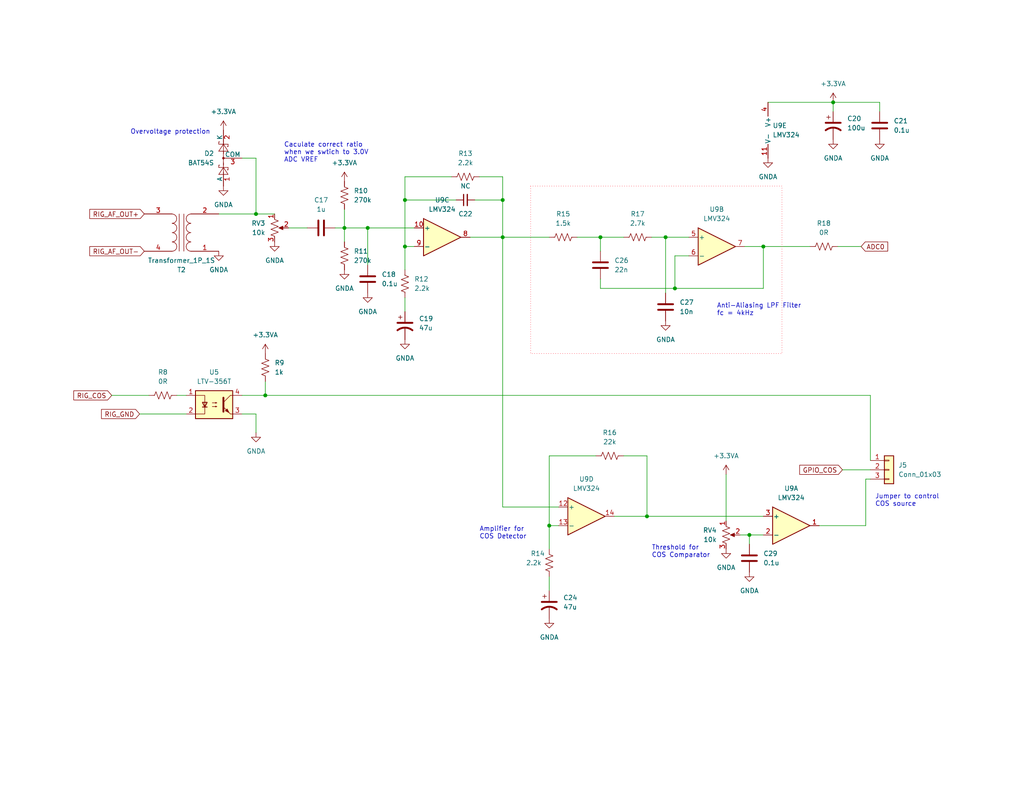
<source format=kicad_sch>
(kicad_sch (version 20230121) (generator eeschema)
  (paper "USLetter")
  (title_block (title "MicroLink - Audio Input") (date "2024-02-17") (rev "0") (company "Bruce MacKinnon KC1FSZ") (comment 1 "Copyright (C) 2024 - Not For Commercial Use"))
  (lib_symbols
    (symbol "Amplifier_Operational:LMV324" (pin_names (offset 0.127))
      (property "Reference" "U" (at 0 5.08 0))
      (property "Value" "LMV324" (at 0 -5.08 0))
      (symbol "LMV324_1_1"
        (polyline (pts (xy -5.08 5.08) (xy 5.08 0) (xy -5.08 -5.08) (xy -5.08 5.08)) (stroke (width 0.254)) (fill (type background)))
        (pin output line (at 7.62 0 180) (length 2.54) (name "~") (number "1"))
        (pin input line (at -7.62 -2.54 0) (length 2.54) (name "-") (number "2"))
        (pin input line (at -7.62 2.54 0) (length 2.54) (name "+") (number "3"))
      )
      (symbol "LMV324_2_1"
        (polyline (pts (xy -5.08 5.08) (xy 5.08 0) (xy -5.08 -5.08) (xy -5.08 5.08)) (stroke (width 0.254)) (fill (type background)))
        (pin input line (at -7.62 2.54 0) (length 2.54) (name "+") (number "5"))
        (pin input line (at -7.62 -2.54 0) (length 2.54) (name "-") (number "6"))
        (pin output line (at 7.62 0 180) (length 2.54) (name "~") (number "7"))
      )
      (symbol "LMV324_3_1"
        (polyline (pts (xy -5.08 5.08) (xy 5.08 0) (xy -5.08 -5.08) (xy -5.08 5.08)) (stroke (width 0.254)) (fill (type background)))
        (pin input line (at -7.62 2.54 0) (length 2.54) (name "+") (number "10"))
        (pin output line (at 7.62 0 180) (length 2.54) (name "~") (number "8"))
        (pin input line (at -7.62 -2.54 0) (length 2.54) (name "-") (number "9"))
      )
      (symbol "LMV324_4_1"
        (polyline (pts (xy -5.08 5.08) (xy 5.08 0) (xy -5.08 -5.08) (xy -5.08 5.08)) (stroke (width 0.254)) (fill (type background)))
        (pin input line (at -7.62 2.54 0) (length 2.54) (name "+") (number "12"))
        (pin input line (at -7.62 -2.54 0) (length 2.54) (name "-") (number "13"))
        (pin output line (at 7.62 0 180) (length 2.54) (name "~") (number "14"))
      )
      (symbol "LMV324_5_1"
        (pin power_in line (at -2.54 -7.62 90) (length 3.81) (name "V-") (number "11"))
        (pin power_in line (at -2.54 7.62 270) (length 3.81) (name "V+") (number "4"))
      )
    )
    (symbol "Connector_Generic:Conn_01x03" (pin_names (offset 1.016) hide)
      (property "Reference" "J" (at 0 5.08 0))
      (property "Value" "Conn_01x03" (at 0 -5.08 0))
      (symbol "Conn_01x03_1_1"
        (rectangle (start -1.27 -2.413) (end 0 -2.667) (stroke (width 0.1524)))
        (rectangle (start -1.27 0.127) (end 0 -0.127) (stroke (width 0.1524)))
        (rectangle (start -1.27 2.667) (end 0 2.413) (stroke (width 0.1524)))
        (rectangle (start -1.27 3.81) (end 1.27 -3.81) (stroke (width 0.254)) (fill (type background)))
        (pin passive line (at -5.08 2.54 0) (length 3.81) (name "Pin_1") (number "1"))
        (pin passive line (at -5.08 0 0) (length 3.81) (name "Pin_2") (number "2"))
        (pin passive line (at -5.08 -2.54 0) (length 3.81) (name "Pin_3") (number "3"))
      )
    )
    (symbol "Device:C" (pin_numbers hide) (pin_names (offset 0.254))
      (property "Reference" "C" (at 0.635 2.54 0))
      (property "Value" "C" (at 0.635 -2.54 0))
      (symbol "C_0_1"
        (polyline (pts (xy -2.032 -0.762) (xy 2.032 -0.762)) (stroke (width 0.508)))
        (polyline (pts (xy -2.032 0.762) (xy 2.032 0.762)) (stroke (width 0.508)))
      )
      (symbol "C_1_1"
        (pin passive line (at 0 3.81 270) (length 2.794) (name "~") (number "1"))
        (pin passive line (at 0 -3.81 90) (length 2.794) (name "~") (number "2"))
      )
    )
    (symbol "Device:C_Polarized_US" (pin_numbers hide) (pin_names (offset 0.254) hide)
      (property "Reference" "C" (at 0.635 2.54 0))
      (property "Value" "C_Polarized_US" (at 0.635 -2.54 0))
      (symbol "C_Polarized_US_0_1"
        (polyline (pts (xy -2.032 0.762) (xy 2.032 0.762)) (stroke (width 0.508)))
        (polyline (pts (xy -1.778 2.286) (xy -0.762 2.286)))
        (polyline (pts (xy -1.27 1.778) (xy -1.27 2.794)))
        (arc (start 2.032 -1.27) (mid 0 -0.5572) (end -2.032 -1.27) (stroke (width 0.508)))
      )
      (symbol "C_Polarized_US_1_1"
        (pin passive line (at 0 3.81 270) (length 2.794) (name "~") (number "1"))
        (pin passive line (at 0 -3.81 90) (length 3.302) (name "~") (number "2"))
      )
    )
    (symbol "Device:C_Small" (pin_numbers hide) (pin_names (offset 0.254) hide)
      (property "Reference" "C" (at 0.254 1.778 0))
      (property "Value" "C_Small" (at 0.254 -2.032 0))
      (symbol "C_Small_0_1"
        (polyline (pts (xy -1.524 -0.508) (xy 1.524 -0.508)) (stroke (width 0.3302)))
        (polyline (pts (xy -1.524 0.508) (xy 1.524 0.508)) (stroke (width 0.3048)))
      )
      (symbol "C_Small_1_1"
        (pin passive line (at 0 2.54 270) (length 2.032) (name "~") (number "1"))
        (pin passive line (at 0 -2.54 90) (length 2.032) (name "~") (number "2"))
      )
    )
    (symbol "Device:R_Potentiometer_US" (pin_names (offset 1.016) hide)
      (property "Reference" "RV" (at -4.445 0 90))
      (property "Value" "R_Potentiometer_US" (at -2.54 0 90))
      (symbol "R_Potentiometer_US_0_1"
        (polyline (pts (xy 0 -2.286) (xy 0 -2.54)))
        (polyline (pts (xy 0 2.54) (xy 0 2.286)))
        (polyline (pts (xy 2.54 0) (xy 1.524 0)))
        (polyline (pts (xy 1.143 0) (xy 2.286 0.508) (xy 2.286 -0.508) (xy 1.143 0)) (fill (type outline)))
        (polyline (pts (xy 0 -0.762) (xy 1.016 -1.143) (xy 0 -1.524) (xy -1.016 -1.905) (xy 0 -2.286)))
        (polyline (pts (xy 0 0.762) (xy 1.016 0.381) (xy 0 0) (xy -1.016 -0.381) (xy 0 -0.762)))
        (polyline (pts (xy 0 2.286) (xy 1.016 1.905) (xy 0 1.524) (xy -1.016 1.143) (xy 0 0.762)))
      )
      (symbol "R_Potentiometer_US_1_1"
        (pin passive line (at 0 3.81 270) (length 1.27) (name "1") (number "1"))
        (pin passive line (at 3.81 0 180) (length 1.27) (name "2") (number "2"))
        (pin passive line (at 0 -3.81 90) (length 1.27) (name "3") (number "3"))
      )
    )
    (symbol "Device:R_US" (pin_numbers hide) (pin_names (offset 0))
      (property "Reference" "R" (at 2.54 0 90))
      (property "Value" "R_US" (at -2.54 0 90))
      (symbol "R_US_0_1"
        (polyline (pts (xy 0 -2.286) (xy 0 -2.54)))
        (polyline (pts (xy 0 2.286) (xy 0 2.54)))
        (polyline (pts (xy 0 -0.762) (xy 1.016 -1.143) (xy 0 -1.524) (xy -1.016 -1.905) (xy 0 -2.286)))
        (polyline (pts (xy 0 0.762) (xy 1.016 0.381) (xy 0 0) (xy -1.016 -0.381) (xy 0 -0.762)))
        (polyline (pts (xy 0 2.286) (xy 1.016 1.905) (xy 0 1.524) (xy -1.016 1.143) (xy 0 0.762)))
      )
      (symbol "R_US_1_1"
        (pin passive line (at 0 3.81 270) (length 1.27) (name "~") (number "1"))
        (pin passive line (at 0 -3.81 90) (length 1.27) (name "~") (number "2"))
      )
    )
    (symbol "Device:Transformer_1P_1S" (pin_names (offset 1.016) hide)
      (property "Reference" "T" (at 0 6.35 0))
      (property "Value" "Transformer_1P_1S" (at 0 -7.62 0))
      (symbol "Transformer_1P_1S_0_1"
        (arc (start -2.54 -5.0546) (mid -1.6599 -4.6901) (end -1.27 -3.81))
        (arc (start -2.54 -2.5146) (mid -1.6599 -2.1501) (end -1.27 -1.27))
        (arc (start -2.54 0.0254) (mid -1.6599 0.3899) (end -1.27 1.27))
        (arc (start -2.54 2.5654) (mid -1.6599 2.9299) (end -1.27 3.81))
        (arc (start -1.27 -3.81) (mid -1.642 -2.912) (end -2.54 -2.54))
        (arc (start -1.27 -1.27) (mid -1.642 -0.372) (end -2.54 0))
        (arc (start -1.27 1.27) (mid -1.642 2.168) (end -2.54 2.54))
        (arc (start -1.27 3.81) (mid -1.642 4.708) (end -2.54 5.08))
        (polyline (pts (xy -0.635 5.08) (xy -0.635 -5.08)))
        (polyline (pts (xy 0.635 -5.08) (xy 0.635 5.08)))
        (arc (start 1.2954 -1.27) (mid 1.6599 -2.1501) (end 2.54 -2.5146))
        (arc (start 1.2954 1.27) (mid 1.6599 0.3899) (end 2.54 0.0254))
        (arc (start 1.2954 3.81) (mid 1.6599 2.9299) (end 2.54 2.5654))
        (arc (start 1.3208 -3.81) (mid 1.6853 -4.6901) (end 2.5654 -5.0546))
        (arc (start 2.54 0) (mid 1.642 -0.372) (end 1.2954 -1.27))
        (arc (start 2.54 2.54) (mid 1.642 2.168) (end 1.2954 1.27))
        (arc (start 2.54 5.08) (mid 1.642 4.708) (end 1.2954 3.81))
        (arc (start 2.5654 -2.54) (mid 1.6674 -2.912) (end 1.3208 -3.81))
      )
      (symbol "Transformer_1P_1S_1_1"
        (pin passive line (at -10.16 5.08 0) (length 7.62) (name "AA") (number "1"))
        (pin passive line (at -10.16 -5.08 0) (length 7.62) (name "AB") (number "2"))
        (pin passive line (at 10.16 -5.08 180) (length 7.62) (name "SA") (number "3"))
        (pin passive line (at 10.16 5.08 180) (length 7.62) (name "SB") (number "4"))
      )
    )
    (symbol "Diode:BAT54S" (pin_names (offset 0))
      (property "Reference" "D" (at 2.54 -5.08 0))
      (property "Value" "BAT54S" (at -6.35 3.175 0))
      (symbol "BAT54S_0_1"
        (polyline (pts (xy -3.81 0) (xy -1.27 0)))
        (polyline (pts (xy -3.175 -1.27) (xy -3.175 -1.016)))
        (polyline (pts (xy -2.54 -1.27) (xy -3.175 -1.27)))
        (polyline (pts (xy -2.54 -1.27) (xy -2.54 1.27)))
        (polyline (pts (xy -2.54 1.27) (xy -1.905 1.27)))
        (polyline (pts (xy -1.905 0) (xy 1.905 0)))
        (polyline (pts (xy -1.905 1.27) (xy -1.905 1.016)))
        (polyline (pts (xy 1.27 0) (xy 3.81 0)))
        (polyline (pts (xy 3.175 -1.27) (xy 3.175 -1.016)))
        (polyline (pts (xy 3.81 -1.27) (xy 3.175 -1.27)))
        (polyline (pts (xy 3.81 -1.27) (xy 3.81 1.27)))
        (polyline (pts (xy 3.81 1.27) (xy 4.445 1.27)))
        (polyline (pts (xy 4.445 1.27) (xy 4.445 1.016)))
        (polyline (pts (xy -4.445 1.27) (xy -4.445 -1.27) (xy -2.54 0) (xy -4.445 1.27)))
        (polyline (pts (xy 1.905 1.27) (xy 1.905 -1.27) (xy 3.81 0) (xy 1.905 1.27)))
        (circle (center 0 0) (radius 0.254) (fill (type outline)))
      )
      (symbol "BAT54S_1_1"
        (pin passive line (at -7.62 0 0) (length 3.81) (name "A") (number "1"))
        (pin passive line (at 7.62 0 180) (length 3.81) (name "K") (number "2"))
        (pin passive line (at 0 -5.08 90) (length 5.08) (name "COM") (number "3"))
      )
    )
    (symbol "Isolator:LTV-356T" (pin_names (offset 1.016))
      (property "Reference" "U" (at -5.334 4.826 0))
      (property "Value" "LTV-356T" (at 0 5.08 0))
      (symbol "LTV-356T_0_1"
        (rectangle (start -5.08 3.81) (end 5.08 -3.81) (stroke (width 0.254)) (fill (type background)))
        (polyline (pts (xy -3.175 -0.635) (xy -1.905 -0.635)) (stroke (width 0.254)))
        (polyline (pts (xy 2.54 0.635) (xy 4.445 2.54)))
        (polyline (pts (xy 4.445 -2.54) (xy 2.54 -0.635)) (fill (type outline)))
        (polyline (pts (xy 4.445 -2.54) (xy 5.08 -2.54)))
        (polyline (pts (xy 4.445 2.54) (xy 5.08 2.54)))
        (polyline (pts (xy -5.08 2.54) (xy -2.54 2.54) (xy -2.54 -0.762)))
        (polyline (pts (xy -2.54 -0.635) (xy -2.54 -2.54) (xy -5.08 -2.54)))
        (polyline (pts (xy 2.54 1.905) (xy 2.54 -1.905) (xy 2.54 -1.905)) (stroke (width 0.508)))
        (polyline (pts (xy -2.54 -0.635) (xy -3.175 0.635) (xy -1.905 0.635) (xy -2.54 -0.635)) (stroke (width 0.254)))
        (polyline (pts (xy -0.508 -0.508) (xy 0.762 -0.508) (xy 0.381 -0.635) (xy 0.381 -0.381) (xy 0.762 -0.508)))
        (polyline (pts (xy -0.508 0.508) (xy 0.762 0.508) (xy 0.381 0.381) (xy 0.381 0.635) (xy 0.762 0.508)))
        (polyline (pts (xy 3.048 -1.651) (xy 3.556 -1.143) (xy 4.064 -2.159) (xy 3.048 -1.651) (xy 3.048 -1.651)) (fill (type outline)))
      )
      (symbol "LTV-356T_1_1"
        (pin passive line (at -7.62 2.54 0) (length 2.54) (name "~") (number "1"))
        (pin passive line (at -7.62 -2.54 0) (length 2.54) (name "~") (number "2"))
        (pin passive line (at 7.62 -2.54 180) (length 2.54) (name "~") (number "3"))
        (pin passive line (at 7.62 2.54 180) (length 2.54) (name "~") (number "4"))
      )
    )
    (symbol "power:+3.3VA" (power) (pin_names (offset 0))
      (property "Value" "+3.3VA" (at 0 3.556 0))
      (symbol "+3.3VA_0_1"
        (polyline (pts (xy -0.762 1.27) (xy 0 2.54)))
        (polyline (pts (xy 0 0) (xy 0 2.54)))
        (polyline (pts (xy 0 2.54) (xy 0.762 1.27)))
      )
      (symbol "+3.3VA_1_1"
        (pin power_in line (at 0 0 90) (length 0) hide (name "+3.3VA") (number "1"))
      )
    )
    (symbol "power:GNDA" (power) (pin_names (offset 0))
      (property "Value" "GNDA" (at 0 -3.81 0))
      (symbol "GNDA_0_1"
        (polyline (pts (xy 0 0) (xy 0 -1.27) (xy 1.27 -1.27) (xy 0 -2.54) (xy -1.27 -1.27) (xy 0 -1.27)))
      )
      (symbol "GNDA_1_1"
        (pin power_in line (at 0 0 270) (length 0) hide (name "GNDA") (number "1"))
      )
    )
  )
  (junction (at 110.49 54.61))
  (junction (at 69.85 58.42))
  (junction (at 137.16 64.77))
  (junction (at 72.39 107.95))
  (junction (at 208.28 67.31))
  (junction (at 163.83 64.77))
  (junction (at 176.53 140.97))
  (junction (at 227.33 27.94))
  (junction (at 110.49 67.31))
  (junction (at 149.86 143.51))
  (junction (at 181.61 64.77))
  (junction (at 204.47 146.05))
  (junction (at 184.15 78.74))
  (junction (at 100.33 62.23))
  (junction (at 93.98 62.23))
  (junction (at 137.16 54.61))
  (wire (pts (xy 78.74 62.23) (xy 83.82 62.23)))
  (wire (pts (xy 208.28 67.31) (xy 203.2 67.31)))
  (wire (pts (xy 176.53 140.97) (xy 176.53 124.46)))
  (wire (pts (xy 181.61 64.77) (xy 181.61 80.01)))
  (wire (pts (xy 69.85 58.42) (xy 74.93 58.42)))
  (wire (pts (xy 177.8 64.77) (xy 181.61 64.77)))
  (wire (pts (xy 93.98 62.23) (xy 93.98 66.04)))
  (wire (pts (xy 59.69 58.42) (xy 69.85 58.42)))
  (wire (pts (xy 137.16 138.43) (xy 137.16 64.77)))
  (wire (pts (xy 66.04 107.95) (xy 72.39 107.95)))
  (wire (pts (xy 167.64 140.97) (xy 176.53 140.97)))
  (wire (pts (xy 176.53 140.97) (xy 208.28 140.97)))
  (wire (pts (xy 69.85 113.03) (xy 69.85 118.11)))
  (wire (pts (xy 170.18 124.46) (xy 176.53 124.46)))
  (wire (pts (xy 38.1 113.03) (xy 50.8 113.03)))
  (wire (pts (xy 110.49 67.31) (xy 110.49 73.66)))
  (wire (pts (xy 128.27 64.77) (xy 137.16 64.77)))
  (wire (pts (xy 30.48 107.95) (xy 40.64 107.95)))
  (wire (pts (xy 66.04 113.03) (xy 69.85 113.03)))
  (wire (pts (xy 227.33 27.94) (xy 227.33 30.48)))
  (wire (pts (xy 204.47 146.05) (xy 204.47 148.59)))
  (wire (pts (xy 48.26 107.95) (xy 50.8 107.95)))
  (wire (pts (xy 137.16 64.77) (xy 149.86 64.77)))
  (wire (pts (xy 137.16 64.77) (xy 137.16 54.61)))
  (wire (pts (xy 137.16 54.61) (xy 137.16 48.26)))
  (wire (pts (xy 149.86 157.48) (xy 149.86 161.29)))
  (wire (pts (xy 72.39 104.14) (xy 72.39 107.95)))
  (wire (pts (xy 149.86 143.51) (xy 152.4 143.51)))
  (wire (pts (xy 110.49 81.28) (xy 110.49 85.09)))
  (wire (pts (xy 100.33 62.23) (xy 100.33 72.39)))
  (wire (pts (xy 163.83 78.74) (xy 184.15 78.74)))
  (wire (pts (xy 72.39 107.95) (xy 237.49 107.95)))
  (wire (pts (xy 187.96 69.85) (xy 184.15 69.85)))
  (wire (pts (xy 69.85 43.18) (xy 69.85 58.42)))
  (wire (pts (xy 110.49 54.61) (xy 124.46 54.61)))
  (wire (pts (xy 93.98 57.15) (xy 93.98 62.23)))
  (wire (pts (xy 184.15 69.85) (xy 184.15 78.74)))
  (wire (pts (xy 236.22 130.81) (xy 237.49 130.81)))
  (wire (pts (xy 110.49 54.61) (xy 110.49 48.26)))
  (wire (pts (xy 236.22 143.51) (xy 236.22 130.81)))
  (wire (pts (xy 149.86 124.46) (xy 162.56 124.46)))
  (wire (pts (xy 110.49 48.26) (xy 123.19 48.26)))
  (wire (pts (xy 208.28 78.74) (xy 208.28 67.31)))
  (wire (pts (xy 163.83 76.2) (xy 163.83 78.74)))
  (wire (pts (xy 181.61 64.77) (xy 187.96 64.77)))
  (wire (pts (xy 163.83 64.77) (xy 163.83 68.58)))
  (wire (pts (xy 130.81 48.26) (xy 137.16 48.26)))
  (wire (pts (xy 163.83 64.77) (xy 170.18 64.77)))
  (wire (pts (xy 228.6 67.31) (xy 234.95 67.31)))
  (wire (pts (xy 91.44 62.23) (xy 93.98 62.23)))
  (wire (pts (xy 237.49 107.95) (xy 237.49 125.73)))
  (wire (pts (xy 201.93 146.05) (xy 204.47 146.05)))
  (wire (pts (xy 149.86 143.51) (xy 149.86 149.86)))
  (wire (pts (xy 240.03 30.48) (xy 240.03 27.94)))
  (wire (pts (xy 93.98 62.23) (xy 100.33 62.23)))
  (wire (pts (xy 129.54 54.61) (xy 137.16 54.61)))
  (wire (pts (xy 198.12 129.54) (xy 198.12 142.24)))
  (wire (pts (xy 157.48 64.77) (xy 163.83 64.77)))
  (wire (pts (xy 110.49 67.31) (xy 110.49 54.61)))
  (wire (pts (xy 110.49 67.31) (xy 113.03 67.31)))
  (wire (pts (xy 204.47 146.05) (xy 208.28 146.05)))
  (wire (pts (xy 208.28 67.31) (xy 220.98 67.31)))
  (wire (pts (xy 227.33 27.94) (xy 240.03 27.94)))
  (wire (pts (xy 229.87 128.27) (xy 237.49 128.27)))
  (wire (pts (xy 223.52 143.51) (xy 236.22 143.51)))
  (wire (pts (xy 184.15 78.74) (xy 208.28 78.74)))
  (wire (pts (xy 209.55 27.94) (xy 227.33 27.94)))
  (wire (pts (xy 149.86 143.51) (xy 149.86 124.46)))
  (wire (pts (xy 66.04 43.18) (xy 69.85 43.18)))
  (wire (pts (xy 152.4 138.43) (xy 137.16 138.43)))
  (wire (pts (xy 100.33 62.23) (xy 113.03 62.23)))
  (rectangle (start 144.78 50.8) (end 213.36 96.52) (stroke (width 0) (type dot) (color 255 55 72 1)))
  (text "Overvoltage protection" (at 35.56 36.83 0) (effects (font (size 1.27 1.27)) (justify left bottom)))
  (text "Amplifier for \nCOS Detector" (at 130.81 147.32 0) (effects (font (size 1.27 1.27)) (justify left bottom)))
  (text "Threshold for \nCOS Comparator" (at 177.8 152.4 0) (effects (font (size 1.27 1.27)) (justify left bottom)))
  (text "Jumper to control \nCOS source" (at 238.76 138.43 0) (effects (font (size 1.27 1.27)) (justify left bottom)))
  (text "Anti-Aliasing LPF Filter\nfc = 4kHz" (at 195.58 86.36 0) (effects (font (size 1.27 1.27)) (justify left bottom)))
  (text "Caculate correct ratio\nwhen we swtich to 3.0V \nADC VREF" (at 77.47 44.45 0) (effects (font (size 1.27 1.27)) (justify left bottom)))
  (global_label "ADC0" (shape input) (at 234.95 67.31 0) (property "Intersheetrefs" "${INTERSHEET_REFS}" (effects hide)))
  (global_label "RIG_AF_OUT+" (shape input) (at 39.37 58.42 180) (property "Intersheetrefs" "${INTERSHEET_REFS}" (effects hide)))
  (global_label "RIG_GND" (shape input) (at 38.1 113.03 180) (property "Intersheetrefs" "${INTERSHEET_REFS}" (effects hide)))
  (global_label "RIG_AF_OUT-" (shape input) (at 39.37 68.58 180) (property "Intersheetrefs" "${INTERSHEET_REFS}" (effects hide)))
  (global_label "GPIO_COS" (shape input) (at 229.87 128.27 180) (property "Intersheetrefs" "${INTERSHEET_REFS}" (effects hide)))
  (global_label "RIG_COS" (shape input) (at 30.48 107.95 180) (property "Intersheetrefs" "${INTERSHEET_REFS}" (effects hide)))
  (symbol (lib_id "Device:R_US") (at 93.98 53.34 0) (unit 1)
    (property "Reference" "R10" (at 96.52 52.07 0) (effects (justify left)))
    (property "Value" "270k" (at 96.52 54.61 0) (effects (justify left)))
    (property "Footprint" "Resistor_SMD:R_0805_2012Metric_Pad1.20x1.40mm_HandSolder" (effects hide))
  )
  (symbol (lib_id "Device:C") (at 163.83 72.39 0) (unit 1)
    (property "Reference" "C26" (at 167.64 71.12 0) (effects (justify left)))
    (property "Value" "22n" (at 167.64 73.66 0) (effects (justify left)))
    (property "Footprint" "Capacitor_SMD:C_0805_2012Metric_Pad1.18x1.45mm_HandSolder" (effects hide))
  )
  (symbol (lib_id "Device:R_US") (at 224.79 67.31 90) (unit 1)
    (property "Reference" "R18" (at 224.79 60.96 90))
    (property "Value" "0R" (at 224.79 63.5 90))
    (property "Footprint" "Resistor_SMD:R_0805_2012Metric_Pad1.20x1.40mm_HandSolder" (effects hide))
  )
  (symbol (lib_id "power:+3.3VA") (at 72.39 96.52 0) (unit 1)
    (property "Reference" "#PWR031" (effects hide))
    (property "Value" "+3.3VA" (at 72.39 91.44 0))
  )
  (symbol (lib_id "Amplifier_Operational:LMV324") (at 120.65 64.77 0) (unit 3)
    (property "Reference" "U9" (at 120.65 54.61 0))
    (property "Value" "LMV324" (at 120.65 57.15 0))
    (property "Footprint" "Package_SO:TSSOP-14_4.4x5mm_P0.65mm" (effects hide))
    (property "Datasheet" "http://www.ti.com/lit/ds/symlink/lmv324.pdf" (effects hide))
  )
  (symbol (lib_id "Device:R_US") (at 72.39 100.33 0) (unit 1)
    (property "Reference" "R9" (at 74.93 99.06 0) (effects (justify left)))
    (property "Value" "1k" (at 74.93 101.6 0) (effects (justify left)))
    (property "Footprint" "Resistor_SMD:R_0805_2012Metric_Pad1.20x1.40mm_HandSolder" (effects hide))
  )
  (symbol (lib_id "power:GNDA") (at 74.93 66.04 0) (unit 1)
    (property "Reference" "#PWR033" (effects hide))
    (property "Value" "GNDA" (at 74.93 71.12 0))
  )
  (symbol (lib_id "Device:R_US") (at 153.67 64.77 270) (unit 1)
    (property "Reference" "R15" (at 153.67 58.42 90))
    (property "Value" "1.5k" (at 153.67 60.96 90))
    (property "Footprint" "Resistor_SMD:R_0805_2012Metric_Pad1.20x1.40mm_HandSolder" (effects hide))
  )
  (symbol (lib_id "power:GNDA") (at 198.12 149.86 0) (unit 1)
    (property "Reference" "#PWR053" (effects hide))
    (property "Value" "GNDA" (at 198.12 154.94 0))
  )
  (symbol (lib_id "Device:R_US") (at 173.99 64.77 90) (unit 1)
    (property "Reference" "R17" (at 173.99 58.42 90))
    (property "Value" "2.7k" (at 173.99 60.96 90))
    (property "Footprint" "Resistor_SMD:R_0805_2012Metric_Pad1.20x1.40mm_HandSolder" (effects hide))
  )
  (symbol (lib_id "Device:C") (at 204.47 152.4 0) (unit 1)
    (property "Reference" "C29" (at 208.28 151.13 0) (effects (justify left)))
    (property "Value" "0.1u" (at 208.28 153.67 0) (effects (justify left)))
    (property "Footprint" "Capacitor_SMD:C_0805_2012Metric_Pad1.18x1.45mm_HandSolder" (effects hide))
  )
  (symbol (lib_id "power:+3.3VA") (at 93.98 49.53 0) (unit 1)
    (property "Reference" "#PWR034" (effects hide))
    (property "Value" "+3.3VA" (at 93.98 44.45 0))
  )
  (symbol (lib_id "Amplifier_Operational:LMV324") (at 215.9 143.51 0) (unit 1)
    (property "Reference" "U9" (at 215.9 133.35 0))
    (property "Value" "LMV324" (at 215.9 135.89 0))
    (property "Footprint" "Package_SO:TSSOP-14_4.4x5mm_P0.65mm" (effects hide))
    (property "Datasheet" "http://www.ti.com/lit/ds/symlink/lmv324.pdf" (effects hide))
  )
  (symbol (lib_id "Device:C_Small") (at 127 54.61 90) (unit 1)
    (property "Reference" "C22" (at 127 58.42 90))
    (property "Value" "NC" (at 127.0063 50.8 90))
    (property "Footprint" "Capacitor_SMD:C_0805_2012Metric_Pad1.18x1.45mm_HandSolder" (effects hide))
  )
  (symbol (lib_id "power:GNDA") (at 69.85 118.11 0) (unit 1)
    (property "Reference" "#PWR030" (effects hide))
    (property "Value" "GNDA" (at 69.85 123.19 0))
  )
  (symbol (lib_id "Device:R_US") (at 44.45 107.95 90) (unit 1)
    (property "Reference" "R8" (at 44.45 101.6 90))
    (property "Value" "0R" (at 44.45 104.14 90))
    (property "Footprint" "Resistor_SMD:R_0805_2012Metric_Pad1.20x1.40mm_HandSolder" (effects hide))
  )
  (symbol (lib_id "power:GNDA") (at 93.98 73.66 0) (unit 1)
    (property "Reference" "#PWR035" (effects hide))
    (property "Value" "GNDA" (at 93.98 78.74 0))
  )
  (symbol (lib_id "Device:R_US") (at 110.49 77.47 180) (unit 1)
    (property "Reference" "R12" (at 113.03 76.2 0) (effects (justify right)))
    (property "Value" "2.2k" (at 113.03 78.74 0) (effects (justify right)))
    (property "Footprint" "Resistor_SMD:R_0805_2012Metric_Pad1.20x1.40mm_HandSolder" (effects hide))
  )
  (symbol (lib_id "Isolator:LTV-356T") (at 58.42 110.49 0) (unit 1)
    (property "Reference" "U5" (at 58.42 101.6 0))
    (property "Value" "LTV-356T" (at 58.42 104.14 0))
    (property "Footprint" "Package_SO:SO-4_4.4x3.6mm_P2.54mm" (effects hide))
    (property "Datasheet" "http://optoelectronics.liteon.com/upload/download/DS70-2001-010/S_110_LTV-356T%2020140520.pdf" (effects hide))
  )
  (symbol (lib_id "Device:C") (at 87.63 62.23 90) (unit 1)
    (property "Reference" "C17" (at 87.63 54.61 90))
    (property "Value" "1u" (at 87.63 57.15 90))
    (property "Footprint" "Capacitor_SMD:C_0805_2012Metric_Pad1.18x1.45mm_HandSolder" (effects hide))
  )
  (symbol (lib_id "Device:R_US") (at 93.98 69.85 0) (unit 1)
    (property "Reference" "R11" (at 96.52 68.58 0) (effects (justify left)))
    (property "Value" "270k" (at 96.52 71.12 0) (effects (justify left)))
    (property "Footprint" "Resistor_SMD:R_0805_2012Metric_Pad1.20x1.40mm_HandSolder" (effects hide))
  )
  (symbol (lib_id "power:GNDA") (at 110.49 92.71 0) (unit 1)
    (property "Reference" "#PWR037" (effects hide))
    (property "Value" "GNDA" (at 110.49 97.79 0))
  )
  (symbol (lib_id "power:GNDA") (at 60.96 50.8 0) (unit 1)
    (property "Reference" "#PWR07" (effects hide))
    (property "Value" "GNDA" (at 60.96 55.88 0))
  )
  (symbol (lib_id "Device:Transformer_1P_1S") (at 49.53 63.5 180) (unit 1)
    (property "Reference" "T2" (at 49.5173 73.66 0))
    (property "Value" "Transformer_1P_1S" (at 49.5173 71.12 0))
    (property "Footprint" "KiCad-Library:CheapAudioTransformer" (effects hide))
  )
  (symbol (lib_id "Amplifier_Operational:LMV324") (at 195.58 67.31 0) (unit 2)
    (property "Reference" "U9" (at 195.58 57.15 0))
    (property "Value" "LMV324" (at 195.58 59.69 0))
    (property "Footprint" "Package_SO:TSSOP-14_4.4x5mm_P0.65mm" (effects hide))
    (property "Datasheet" "http://www.ti.com/lit/ds/symlink/lmv324.pdf" (effects hide))
  )
  (symbol (lib_id "power:GNDA") (at 181.61 87.63 0) (unit 1)
    (property "Reference" "#PWR049" (effects hide))
    (property "Value" "GNDA" (at 181.61 92.71 0))
  )
  (symbol (lib_id "power:GNDA") (at 59.69 68.58 0) (unit 1)
    (property "Reference" "#PWR032" (effects hide))
    (property "Value" "GNDA" (at 59.69 73.66 0))
  )
  (symbol (lib_id "power:GNDA") (at 240.03 38.1 0) (unit 1)
    (property "Reference" "#PWR042" (effects hide))
    (property "Value" "GNDA" (at 240.03 43.18 0))
  )
  (symbol (lib_id "Device:R_US") (at 149.86 153.67 180) (unit 1)
    (property "Reference" "R14" (at 144.78 151.13 0) (effects (justify right)))
    (property "Value" "2.2k" (at 143.51 153.67 0) (effects (justify right)))
    (property "Footprint" "Resistor_SMD:R_0805_2012Metric_Pad1.20x1.40mm_HandSolder" (effects hide))
  )
  (symbol (lib_id "Device:C") (at 240.03 34.29 0) (unit 1)
    (property "Reference" "C21" (at 243.84 33.02 0) (effects (justify left)))
    (property "Value" "0.1u" (at 243.84 35.56 0) (effects (justify left)))
    (property "Footprint" "Capacitor_SMD:C_0805_2012Metric_Pad1.18x1.45mm_HandSolder" (effects hide))
  )
  (symbol (lib_id "Diode:BAT54S") (at 60.96 43.18 90) (unit 1)
    (property "Reference" "D2" (at 58.42 41.91 90) (effects (justify left)))
    (property "Value" "BAT54S" (at 58.42 44.45 90) (effects (justify left)))
    (property "Footprint" "Package_TO_SOT_SMD:SOT-23" (effects hide))
    (property "Datasheet" "https://www.diodes.com/assets/Datasheets/ds11005.pdf" (effects hide))
  )
  (symbol (lib_id "Amplifier_Operational:LMV324") (at 212.09 35.56 0) (unit 5)
    (property "Reference" "U9" (at 210.82 34.29 0) (effects (justify left)))
    (property "Value" "LMV324" (at 210.82 36.83 0) (effects (justify left)))
    (property "Footprint" "Package_SO:TSSOP-14_4.4x5mm_P0.65mm" (effects hide))
    (property "Datasheet" "http://www.ti.com/lit/ds/symlink/lmv324.pdf" (effects hide))
  )
  (symbol (lib_id "Connector_Generic:Conn_01x03") (at 242.57 128.27 0) (unit 1)
    (property "Reference" "J5" (at 245.11 127 0) (effects (justify left)))
    (property "Value" "Conn_01x03" (at 245.11 129.54 0) (effects (justify left)))
    (property "Footprint" "Connector_PinHeader_2.54mm:PinHeader_1x03_P2.54mm_Vertical" (effects hide))
  )
  (symbol (lib_id "power:GNDA") (at 227.33 38.1 0) (unit 1)
    (property "Reference" "#PWR039" (effects hide))
    (property "Value" "GNDA" (at 227.33 43.18 0))
  )
  (symbol (lib_id "Device:R_Potentiometer_US") (at 74.93 62.23 0) (unit 1)
    (property "Reference" "RV3" (at 72.39 60.96 0) (effects (justify right)))
    (property "Value" "10k" (at 72.39 63.5 0) (effects (justify right)))
    (property "Footprint" "KiCad-Library:POT_3362P" (effects hide))
  )
  (symbol (lib_id "Device:C") (at 181.61 83.82 0) (unit 1)
    (property "Reference" "C27" (at 185.42 82.55 0) (effects (justify left)))
    (property "Value" "10n" (at 185.42 85.09 0) (effects (justify left)))
    (property "Footprint" "Capacitor_SMD:C_0805_2012Metric_Pad1.18x1.45mm_HandSolder" (effects hide))
  )
  (symbol (lib_id "Device:C_Polarized_US") (at 110.49 88.9 0) (unit 1)
    (property "Reference" "C19" (at 114.3 86.995 0) (effects (justify left)))
    (property "Value" "47u" (at 114.3 89.535 0) (effects (justify left)))
    (property "Footprint" "KiCad-Library:CAP_KEMET_530_530" (effects hide))
  )
  (symbol (lib_id "power:GNDA") (at 149.86 168.91 0) (unit 1)
    (property "Reference" "#PWR045" (effects hide))
    (property "Value" "GNDA" (at 149.86 173.99 0))
  )
  (symbol (lib_id "Device:R_Potentiometer_US") (at 198.12 146.05 0) (unit 1)
    (property "Reference" "RV4" (at 195.58 144.78 0) (effects (justify right)))
    (property "Value" "10k" (at 195.58 147.32 0) (effects (justify right)))
    (property "Footprint" "KiCad-Library:POT_3362P" (effects hide))
  )
  (symbol (lib_id "Device:R_US") (at 166.37 124.46 90) (unit 1)
    (property "Reference" "R16" (at 166.37 118.11 90))
    (property "Value" "22k" (at 166.37 120.65 90))
    (property "Footprint" "Resistor_SMD:R_0805_2012Metric_Pad1.20x1.40mm_HandSolder" (effects hide))
  )
  (symbol (lib_id "Device:C_Polarized_US") (at 149.86 165.1 0) (unit 1)
    (property "Reference" "C24" (at 153.67 163.195 0) (effects (justify left)))
    (property "Value" "47u" (at 153.67 165.735 0) (effects (justify left)))
    (property "Footprint" "KiCad-Library:CAP_KEMET_530_530" (effects hide))
  )
  (symbol (lib_id "Device:R_US") (at 127 48.26 90) (unit 1)
    (property "Reference" "R13" (at 127 41.91 90))
    (property "Value" "2.2k" (at 127 44.45 90))
    (property "Footprint" "Resistor_SMD:R_0805_2012Metric_Pad1.20x1.40mm_HandSolder" (effects hide))
  )
  (symbol (lib_id "power:GNDA") (at 209.55 43.18 0) (unit 1)
    (property "Reference" "#PWR020" (effects hide))
    (property "Value" "GNDA" (at 209.55 48.26 0))
  )
  (symbol (lib_id "Device:C") (at 100.33 76.2 0) (unit 1)
    (property "Reference" "C18" (at 104.14 74.93 0) (effects (justify left)))
    (property "Value" "0.1u" (at 104.14 77.47 0) (effects (justify left)))
    (property "Footprint" "Capacitor_SMD:C_0805_2012Metric_Pad1.18x1.45mm_HandSolder" (effects hide))
  )
  (symbol (lib_id "power:GNDA") (at 204.47 156.21 0) (unit 1)
    (property "Reference" "#PWR056" (effects hide))
    (property "Value" "GNDA" (at 204.47 161.29 0))
  )
  (symbol (lib_id "power:+3.3VA") (at 60.96 35.56 0) (unit 1)
    (property "Reference" "#PWR040" (effects hide))
    (property "Value" "+3.3VA" (at 60.96 30.48 0))
  )
  (symbol (lib_id "power:+3.3VA") (at 227.33 27.94 0) (unit 1)
    (property "Reference" "#PWR038" (effects hide))
    (property "Value" "+3.3VA" (at 227.33 22.86 0))
  )
  (symbol (lib_id "Amplifier_Operational:LMV324") (at 160.02 140.97 0) (unit 4)
    (property "Reference" "U9" (at 160.02 130.81 0))
    (property "Value" "LMV324" (at 160.02 133.35 0))
    (property "Footprint" "Package_SO:TSSOP-14_4.4x5mm_P0.65mm" (effects hide))
    (property "Datasheet" "http://www.ti.com/lit/ds/symlink/lmv324.pdf" (effects hide))
  )
  (symbol (lib_id "power:+3.3VA") (at 198.12 129.54 0) (unit 1)
    (property "Reference" "#PWR052" (effects hide))
    (property "Value" "+3.3VA" (at 198.12 124.46 0))
  )
  (symbol (lib_id "power:GNDA") (at 100.33 80.01 0) (unit 1)
    (property "Reference" "#PWR036" (effects hide))
    (property "Value" "GNDA" (at 100.33 85.09 0))
  )
  (symbol (lib_id "Device:C_Polarized_US") (at 227.33 34.29 0) (unit 1)
    (property "Reference" "C20" (at 231.14 32.385 0) (effects (justify left)))
    (property "Value" "100u" (at 231.14 34.925 0) (effects (justify left)))
    (property "Footprint" "KiCad-Library:CAP_KEMET_530_530" (effects hide))
  )
)
</source>
